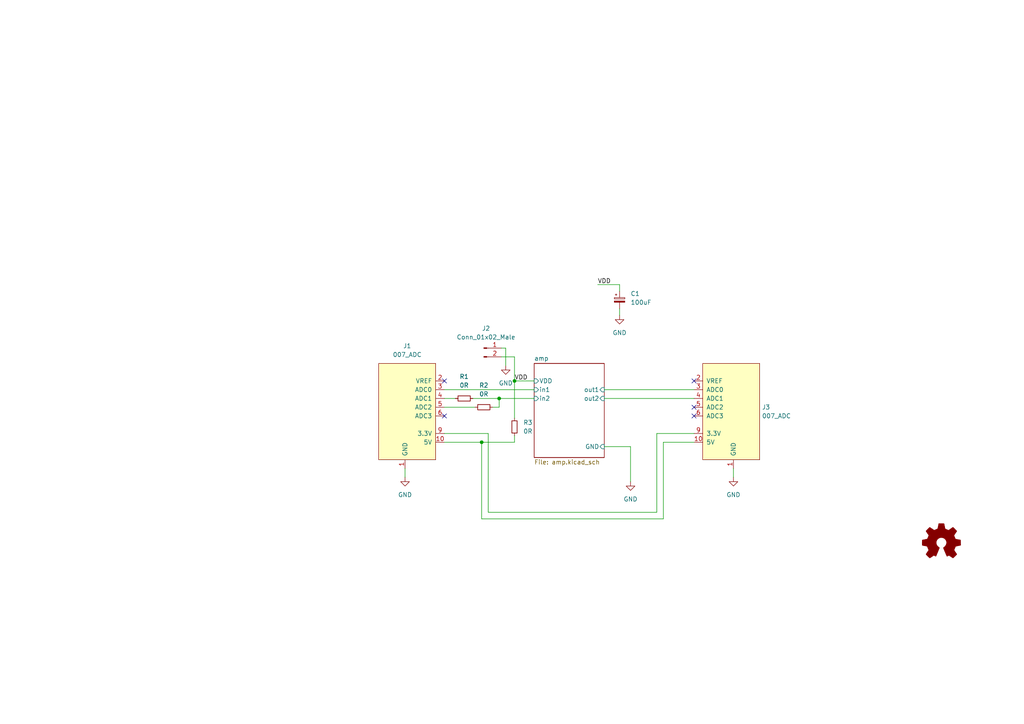
<source format=kicad_sch>
(kicad_sch (version 20211123) (generator eeschema)

  (uuid 57732dd3-1162-4c3f-88bd-31bf473d124d)

  (paper "A4")

  (lib_symbols
    (symbol "Connector:Conn_01x02_Male" (pin_names (offset 1.016) hide) (in_bom yes) (on_board yes)
      (property "Reference" "J" (id 0) (at 0 2.54 0)
        (effects (font (size 1.27 1.27)))
      )
      (property "Value" "Conn_01x02_Male" (id 1) (at 0 -5.08 0)
        (effects (font (size 1.27 1.27)))
      )
      (property "Footprint" "" (id 2) (at 0 0 0)
        (effects (font (size 1.27 1.27)) hide)
      )
      (property "Datasheet" "~" (id 3) (at 0 0 0)
        (effects (font (size 1.27 1.27)) hide)
      )
      (property "ki_keywords" "connector" (id 4) (at 0 0 0)
        (effects (font (size 1.27 1.27)) hide)
      )
      (property "ki_description" "Generic connector, single row, 01x02, script generated (kicad-library-utils/schlib/autogen/connector/)" (id 5) (at 0 0 0)
        (effects (font (size 1.27 1.27)) hide)
      )
      (property "ki_fp_filters" "Connector*:*_1x??_*" (id 6) (at 0 0 0)
        (effects (font (size 1.27 1.27)) hide)
      )
      (symbol "Conn_01x02_Male_1_1"
        (polyline
          (pts
            (xy 1.27 -2.54)
            (xy 0.8636 -2.54)
          )
          (stroke (width 0.1524) (type default) (color 0 0 0 0))
          (fill (type none))
        )
        (polyline
          (pts
            (xy 1.27 0)
            (xy 0.8636 0)
          )
          (stroke (width 0.1524) (type default) (color 0 0 0 0))
          (fill (type none))
        )
        (rectangle (start 0.8636 -2.413) (end 0 -2.667)
          (stroke (width 0.1524) (type default) (color 0 0 0 0))
          (fill (type outline))
        )
        (rectangle (start 0.8636 0.127) (end 0 -0.127)
          (stroke (width 0.1524) (type default) (color 0 0 0 0))
          (fill (type outline))
        )
        (pin passive line (at 5.08 0 180) (length 3.81)
          (name "Pin_1" (effects (font (size 1.27 1.27))))
          (number "1" (effects (font (size 1.27 1.27))))
        )
        (pin passive line (at 5.08 -2.54 180) (length 3.81)
          (name "Pin_2" (effects (font (size 1.27 1.27))))
          (number "2" (effects (font (size 1.27 1.27))))
        )
      )
    )
    (symbol "Device:C_Polarized_Small" (pin_numbers hide) (pin_names (offset 0.254) hide) (in_bom yes) (on_board yes)
      (property "Reference" "C" (id 0) (at 0.254 1.778 0)
        (effects (font (size 1.27 1.27)) (justify left))
      )
      (property "Value" "C_Polarized_Small" (id 1) (at 0.254 -2.032 0)
        (effects (font (size 1.27 1.27)) (justify left))
      )
      (property "Footprint" "" (id 2) (at 0 0 0)
        (effects (font (size 1.27 1.27)) hide)
      )
      (property "Datasheet" "~" (id 3) (at 0 0 0)
        (effects (font (size 1.27 1.27)) hide)
      )
      (property "ki_keywords" "cap capacitor" (id 4) (at 0 0 0)
        (effects (font (size 1.27 1.27)) hide)
      )
      (property "ki_description" "Polarized capacitor, small symbol" (id 5) (at 0 0 0)
        (effects (font (size 1.27 1.27)) hide)
      )
      (property "ki_fp_filters" "CP_*" (id 6) (at 0 0 0)
        (effects (font (size 1.27 1.27)) hide)
      )
      (symbol "C_Polarized_Small_0_1"
        (rectangle (start -1.524 -0.3048) (end 1.524 -0.6858)
          (stroke (width 0) (type default) (color 0 0 0 0))
          (fill (type outline))
        )
        (rectangle (start -1.524 0.6858) (end 1.524 0.3048)
          (stroke (width 0) (type default) (color 0 0 0 0))
          (fill (type none))
        )
        (polyline
          (pts
            (xy -1.27 1.524)
            (xy -0.762 1.524)
          )
          (stroke (width 0) (type default) (color 0 0 0 0))
          (fill (type none))
        )
        (polyline
          (pts
            (xy -1.016 1.27)
            (xy -1.016 1.778)
          )
          (stroke (width 0) (type default) (color 0 0 0 0))
          (fill (type none))
        )
      )
      (symbol "C_Polarized_Small_1_1"
        (pin passive line (at 0 2.54 270) (length 1.8542)
          (name "~" (effects (font (size 1.27 1.27))))
          (number "1" (effects (font (size 1.27 1.27))))
        )
        (pin passive line (at 0 -2.54 90) (length 1.8542)
          (name "~" (effects (font (size 1.27 1.27))))
          (number "2" (effects (font (size 1.27 1.27))))
        )
      )
    )
    (symbol "Device:R_Small" (pin_numbers hide) (pin_names (offset 0.254) hide) (in_bom yes) (on_board yes)
      (property "Reference" "R" (id 0) (at 0.762 0.508 0)
        (effects (font (size 1.27 1.27)) (justify left))
      )
      (property "Value" "R_Small" (id 1) (at 0.762 -1.016 0)
        (effects (font (size 1.27 1.27)) (justify left))
      )
      (property "Footprint" "" (id 2) (at 0 0 0)
        (effects (font (size 1.27 1.27)) hide)
      )
      (property "Datasheet" "~" (id 3) (at 0 0 0)
        (effects (font (size 1.27 1.27)) hide)
      )
      (property "ki_keywords" "R resistor" (id 4) (at 0 0 0)
        (effects (font (size 1.27 1.27)) hide)
      )
      (property "ki_description" "Resistor, small symbol" (id 5) (at 0 0 0)
        (effects (font (size 1.27 1.27)) hide)
      )
      (property "ki_fp_filters" "R_*" (id 6) (at 0 0 0)
        (effects (font (size 1.27 1.27)) hide)
      )
      (symbol "R_Small_0_1"
        (rectangle (start -0.762 1.778) (end 0.762 -1.778)
          (stroke (width 0.2032) (type default) (color 0 0 0 0))
          (fill (type none))
        )
      )
      (symbol "R_Small_1_1"
        (pin passive line (at 0 2.54 270) (length 0.762)
          (name "~" (effects (font (size 1.27 1.27))))
          (number "1" (effects (font (size 1.27 1.27))))
        )
        (pin passive line (at 0 -2.54 90) (length 0.762)
          (name "~" (effects (font (size 1.27 1.27))))
          (number "2" (effects (font (size 1.27 1.27))))
        )
      )
    )
    (symbol "Graphic:Logo_Open_Hardware_Small" (pin_names (offset 1.016)) (in_bom yes) (on_board yes)
      (property "Reference" "#LOGO" (id 0) (at 0 6.985 0)
        (effects (font (size 1.27 1.27)) hide)
      )
      (property "Value" "Logo_Open_Hardware_Small" (id 1) (at 0 -5.715 0)
        (effects (font (size 1.27 1.27)) hide)
      )
      (property "Footprint" "" (id 2) (at 0 0 0)
        (effects (font (size 1.27 1.27)) hide)
      )
      (property "Datasheet" "~" (id 3) (at 0 0 0)
        (effects (font (size 1.27 1.27)) hide)
      )
      (property "ki_keywords" "Logo" (id 4) (at 0 0 0)
        (effects (font (size 1.27 1.27)) hide)
      )
      (property "ki_description" "Open Hardware logo, small" (id 5) (at 0 0 0)
        (effects (font (size 1.27 1.27)) hide)
      )
      (symbol "Logo_Open_Hardware_Small_0_1"
        (polyline
          (pts
            (xy 3.3528 -4.3434)
            (xy 3.302 -4.318)
            (xy 3.175 -4.2418)
            (xy 2.9972 -4.1148)
            (xy 2.7686 -3.9624)
            (xy 2.54 -3.81)
            (xy 2.3622 -3.7084)
            (xy 2.2352 -3.6068)
            (xy 2.1844 -3.5814)
            (xy 2.159 -3.6068)
            (xy 2.0574 -3.6576)
            (xy 1.905 -3.7338)
            (xy 1.8034 -3.7846)
            (xy 1.6764 -3.8354)
            (xy 1.6002 -3.8354)
            (xy 1.6002 -3.8354)
            (xy 1.5494 -3.7338)
            (xy 1.4732 -3.5306)
            (xy 1.3462 -3.302)
            (xy 1.2446 -3.0226)
            (xy 1.1176 -2.7178)
            (xy 0.9652 -2.413)
            (xy 0.8636 -2.1082)
            (xy 0.7366 -1.8288)
            (xy 0.6604 -1.6256)
            (xy 0.6096 -1.4732)
            (xy 0.5842 -1.397)
            (xy 0.5842 -1.397)
            (xy 0.6604 -1.3208)
            (xy 0.7874 -1.2446)
            (xy 1.0414 -1.016)
            (xy 1.2954 -0.6858)
            (xy 1.4478 -0.3302)
            (xy 1.524 0.0762)
            (xy 1.4732 0.4572)
            (xy 1.3208 0.8128)
            (xy 1.0668 1.143)
            (xy 0.762 1.3716)
            (xy 0.4064 1.524)
            (xy 0 1.5748)
            (xy -0.381 1.5494)
            (xy -0.7366 1.397)
            (xy -1.0668 1.143)
            (xy -1.2192 0.9906)
            (xy -1.397 0.6604)
            (xy -1.524 0.3048)
            (xy -1.524 0.2286)
            (xy -1.4986 -0.1778)
            (xy -1.397 -0.5334)
            (xy -1.1938 -0.8636)
            (xy -0.9144 -1.143)
            (xy -0.8636 -1.1684)
            (xy -0.7366 -1.27)
            (xy -0.635 -1.3462)
            (xy -0.5842 -1.397)
            (xy -1.0668 -2.5908)
            (xy -1.143 -2.794)
            (xy -1.2954 -3.1242)
            (xy -1.397 -3.4036)
            (xy -1.4986 -3.6322)
            (xy -1.5748 -3.7846)
            (xy -1.6002 -3.8354)
            (xy -1.6002 -3.8354)
            (xy -1.651 -3.8354)
            (xy -1.7272 -3.81)
            (xy -1.905 -3.7338)
            (xy -2.0066 -3.683)
            (xy -2.1336 -3.6068)
            (xy -2.2098 -3.5814)
            (xy -2.2606 -3.6068)
            (xy -2.3622 -3.683)
            (xy -2.54 -3.81)
            (xy -2.7686 -3.9624)
            (xy -2.9718 -4.0894)
            (xy -3.1496 -4.2164)
            (xy -3.302 -4.318)
            (xy -3.3528 -4.3434)
            (xy -3.3782 -4.3434)
            (xy -3.429 -4.318)
            (xy -3.5306 -4.2164)
            (xy -3.7084 -4.064)
            (xy -3.937 -3.8354)
            (xy -3.9624 -3.81)
            (xy -4.1656 -3.6068)
            (xy -4.318 -3.4544)
            (xy -4.4196 -3.3274)
            (xy -4.445 -3.2766)
            (xy -4.445 -3.2766)
            (xy -4.4196 -3.2258)
            (xy -4.318 -3.0734)
            (xy -4.2164 -2.8956)
            (xy -4.064 -2.667)
            (xy -3.6576 -2.0828)
            (xy -3.8862 -1.5494)
            (xy -3.937 -1.3716)
            (xy -4.0386 -1.1684)
            (xy -4.0894 -1.0414)
            (xy -4.1148 -0.9652)
            (xy -4.191 -0.9398)
            (xy -4.318 -0.9144)
            (xy -4.5466 -0.8636)
            (xy -4.8006 -0.8128)
            (xy -5.0546 -0.7874)
            (xy -5.2578 -0.7366)
            (xy -5.4356 -0.7112)
            (xy -5.5118 -0.6858)
            (xy -5.5118 -0.6858)
            (xy -5.5372 -0.635)
            (xy -5.5372 -0.5588)
            (xy -5.5372 -0.4318)
            (xy -5.5626 -0.2286)
            (xy -5.5626 0.0762)
            (xy -5.5626 0.127)
            (xy -5.5372 0.4064)
            (xy -5.5372 0.635)
            (xy -5.5372 0.762)
            (xy -5.5372 0.8382)
            (xy -5.5372 0.8382)
            (xy -5.461 0.8382)
            (xy -5.3086 0.889)
            (xy -5.08 0.9144)
            (xy -4.826 0.9652)
            (xy -4.8006 0.9906)
            (xy -4.5466 1.0414)
            (xy -4.318 1.0668)
            (xy -4.1656 1.1176)
            (xy -4.0894 1.143)
            (xy -4.0894 1.143)
            (xy -4.0386 1.2446)
            (xy -3.9624 1.4224)
            (xy -3.8608 1.6256)
            (xy -3.7846 1.8288)
            (xy -3.7084 2.0066)
            (xy -3.6576 2.159)
            (xy -3.6322 2.2098)
            (xy -3.6322 2.2098)
            (xy -3.683 2.286)
            (xy -3.7592 2.413)
            (xy -3.8862 2.5908)
            (xy -4.064 2.8194)
            (xy -4.064 2.8448)
            (xy -4.2164 3.0734)
            (xy -4.3434 3.2512)
            (xy -4.4196 3.3782)
            (xy -4.445 3.4544)
            (xy -4.445 3.4544)
            (xy -4.3942 3.5052)
            (xy -4.2926 3.6322)
            (xy -4.1148 3.81)
            (xy -3.937 4.0132)
            (xy -3.8608 4.064)
            (xy -3.6576 4.2926)
            (xy -3.5052 4.4196)
            (xy -3.4036 4.4958)
            (xy -3.3528 4.5212)
            (xy -3.3528 4.5212)
            (xy -3.302 4.4704)
            (xy -3.1496 4.3688)
            (xy -2.9718 4.2418)
            (xy -2.7432 4.0894)
            (xy -2.7178 4.0894)
            (xy -2.4892 3.937)
            (xy -2.3114 3.81)
            (xy -2.1844 3.7084)
            (xy -2.1336 3.683)
            (xy -2.1082 3.683)
            (xy -2.032 3.7084)
            (xy -1.8542 3.7592)
            (xy -1.6764 3.8354)
            (xy -1.4732 3.937)
            (xy -1.27 4.0132)
            (xy -1.143 4.064)
            (xy -1.0668 4.1148)
            (xy -1.0668 4.1148)
            (xy -1.0414 4.191)
            (xy -1.016 4.3434)
            (xy -0.9652 4.572)
            (xy -0.9144 4.8514)
            (xy -0.889 4.9022)
            (xy -0.8382 5.1562)
            (xy -0.8128 5.3848)
            (xy -0.7874 5.5372)
            (xy -0.762 5.588)
            (xy -0.7112 5.6134)
            (xy -0.5842 5.6134)
            (xy -0.4064 5.6134)
            (xy -0.1524 5.6134)
            (xy 0.0762 5.6134)
            (xy 0.3302 5.6134)
            (xy 0.5334 5.6134)
            (xy 0.6858 5.588)
            (xy 0.7366 5.588)
            (xy 0.7366 5.588)
            (xy 0.762 5.5118)
            (xy 0.8128 5.334)
            (xy 0.8382 5.1054)
            (xy 0.9144 4.826)
            (xy 0.9144 4.7752)
            (xy 0.9652 4.5212)
            (xy 1.016 4.2926)
            (xy 1.0414 4.1402)
            (xy 1.0668 4.0894)
            (xy 1.0668 4.0894)
            (xy 1.1938 4.0386)
            (xy 1.3716 3.9624)
            (xy 1.5748 3.8608)
            (xy 2.0828 3.6576)
            (xy 2.7178 4.0894)
            (xy 2.7686 4.1402)
            (xy 2.9972 4.2926)
            (xy 3.175 4.4196)
            (xy 3.302 4.4958)
            (xy 3.3782 4.5212)
            (xy 3.3782 4.5212)
            (xy 3.429 4.4704)
            (xy 3.556 4.3434)
            (xy 3.7338 4.191)
            (xy 3.9116 3.9878)
            (xy 4.064 3.8354)
            (xy 4.2418 3.6576)
            (xy 4.3434 3.556)
            (xy 4.4196 3.4798)
            (xy 4.4196 3.429)
            (xy 4.4196 3.4036)
            (xy 4.3942 3.3274)
            (xy 4.2926 3.2004)
            (xy 4.1656 2.9972)
            (xy 4.0132 2.794)
            (xy 3.8862 2.5908)
            (xy 3.7592 2.3876)
            (xy 3.6576 2.2352)
            (xy 3.6322 2.159)
            (xy 3.6322 2.1336)
            (xy 3.683 2.0066)
            (xy 3.7592 1.8288)
            (xy 3.8608 1.6002)
            (xy 4.064 1.1176)
            (xy 4.3942 1.0414)
            (xy 4.5974 1.016)
            (xy 4.8768 0.9652)
            (xy 5.1308 0.9144)
            (xy 5.5372 0.8382)
            (xy 5.5626 -0.6604)
            (xy 5.4864 -0.6858)
            (xy 5.4356 -0.6858)
            (xy 5.2832 -0.7366)
            (xy 5.0546 -0.762)
            (xy 4.8006 -0.8128)
            (xy 4.5974 -0.8636)
            (xy 4.3688 -0.9144)
            (xy 4.2164 -0.9398)
            (xy 4.1402 -0.9398)
            (xy 4.1148 -0.9652)
            (xy 4.064 -1.0668)
            (xy 3.9878 -1.2446)
            (xy 3.9116 -1.4478)
            (xy 3.81 -1.651)
            (xy 3.7338 -1.8542)
            (xy 3.683 -2.0066)
            (xy 3.6576 -2.0828)
            (xy 3.683 -2.1336)
            (xy 3.7846 -2.2606)
            (xy 3.8862 -2.4638)
            (xy 4.0386 -2.667)
            (xy 4.191 -2.8956)
            (xy 4.318 -3.0734)
            (xy 4.3942 -3.2004)
            (xy 4.445 -3.2766)
            (xy 4.4196 -3.3274)
            (xy 4.3434 -3.429)
            (xy 4.1656 -3.5814)
            (xy 3.937 -3.8354)
            (xy 3.8862 -3.8608)
            (xy 3.683 -4.064)
            (xy 3.5306 -4.2164)
            (xy 3.4036 -4.318)
            (xy 3.3528 -4.3434)
          )
          (stroke (width 0) (type default) (color 0 0 0 0))
          (fill (type outline))
        )
      )
    )
    (symbol "power:GND" (power) (pin_names (offset 0)) (in_bom yes) (on_board yes)
      (property "Reference" "#PWR" (id 0) (at 0 -6.35 0)
        (effects (font (size 1.27 1.27)) hide)
      )
      (property "Value" "GND" (id 1) (at 0 -3.81 0)
        (effects (font (size 1.27 1.27)))
      )
      (property "Footprint" "" (id 2) (at 0 0 0)
        (effects (font (size 1.27 1.27)) hide)
      )
      (property "Datasheet" "" (id 3) (at 0 0 0)
        (effects (font (size 1.27 1.27)) hide)
      )
      (property "ki_keywords" "power-flag" (id 4) (at 0 0 0)
        (effects (font (size 1.27 1.27)) hide)
      )
      (property "ki_description" "Power symbol creates a global label with name \"GND\" , ground" (id 5) (at 0 0 0)
        (effects (font (size 1.27 1.27)) hide)
      )
      (symbol "GND_0_1"
        (polyline
          (pts
            (xy 0 0)
            (xy 0 -1.27)
            (xy 1.27 -1.27)
            (xy 0 -2.54)
            (xy -1.27 -1.27)
            (xy 0 -1.27)
          )
          (stroke (width 0) (type default) (color 0 0 0 0))
          (fill (type none))
        )
      )
      (symbol "GND_1_1"
        (pin power_in line (at 0 0 270) (length 0) hide
          (name "GND" (effects (font (size 1.27 1.27))))
          (number "1" (effects (font (size 1.27 1.27))))
        )
      )
    )
    (symbol "put_on_edge:007_ADC" (pin_names (offset 1.016)) (in_bom yes) (on_board yes)
      (property "Reference" "J" (id 0) (at -2.54 13.97 0)
        (effects (font (size 1.27 1.27)))
      )
      (property "Value" "007_ADC" (id 1) (at 8.89 13.97 0)
        (effects (font (size 1.27 1.27)))
      )
      (property "Footprint" "" (id 2) (at 7.62 16.51 0)
        (effects (font (size 1.27 1.27)) hide)
      )
      (property "Datasheet" "" (id 3) (at 7.62 16.51 0)
        (effects (font (size 1.27 1.27)) hide)
      )
      (symbol "007_ADC_0_1"
        (rectangle (start -8.89 12.7) (end 7.62 -15.24)
          (stroke (width 0) (type default) (color 0 0 0 0))
          (fill (type background))
        )
      )
      (symbol "007_ADC_1_1"
        (pin power_in line (at 0 -17.78 90) (length 2.54)
          (name "GND" (effects (font (size 1.27 1.27))))
          (number "1" (effects (font (size 1.27 1.27))))
        )
        (pin bidirectional line (at -11.43 -10.16 0) (length 2.54)
          (name "5V" (effects (font (size 1.27 1.27))))
          (number "10" (effects (font (size 1.27 1.27))))
        )
        (pin bidirectional line (at -11.43 7.62 0) (length 2.54)
          (name "VREF" (effects (font (size 1.27 1.27))))
          (number "2" (effects (font (size 1.27 1.27))))
        )
        (pin power_in line (at -11.43 5.08 0) (length 2.54)
          (name "ADC0" (effects (font (size 1.27 1.27))))
          (number "3" (effects (font (size 1.27 1.27))))
        )
        (pin bidirectional line (at -11.43 2.54 0) (length 2.54)
          (name "ADC1" (effects (font (size 1.27 1.27))))
          (number "4" (effects (font (size 1.27 1.27))))
        )
        (pin bidirectional line (at -11.43 0 0) (length 2.54)
          (name "ADC2" (effects (font (size 1.27 1.27))))
          (number "5" (effects (font (size 1.27 1.27))))
        )
        (pin bidirectional line (at -11.43 -2.54 0) (length 2.54)
          (name "ADC3" (effects (font (size 1.27 1.27))))
          (number "6" (effects (font (size 1.27 1.27))))
        )
        (pin bidirectional line (at -11.43 -7.62 0) (length 2.54)
          (name "3.3V" (effects (font (size 1.27 1.27))))
          (number "9" (effects (font (size 1.27 1.27))))
        )
      )
    )
  )

  (junction (at 139.7 128.27) (diameter 0) (color 0 0 0 0)
    (uuid 19688e97-3c38-4e7e-837e-0c5bbeae0a22)
  )
  (junction (at 149.225 110.49) (diameter 0) (color 0 0 0 0)
    (uuid 75e63f11-0805-4844-8651-4c4553b09f92)
  )
  (junction (at 144.78 115.57) (diameter 0) (color 0 0 0 0)
    (uuid f0d47d0a-417c-4bfd-81eb-4f652613b473)
  )

  (no_connect (at 201.295 118.11) (uuid 2aba24fd-deaf-4e18-b4a7-93e877614fa3))
  (no_connect (at 201.295 120.65) (uuid 67836a63-6b19-46cd-bd04-90e59105d6f3))
  (no_connect (at 201.295 110.49) (uuid 67836a63-6b19-46cd-bd04-90e59105d6f4))
  (no_connect (at 128.905 120.65) (uuid f33c6b88-f7bf-481b-a8b1-ccda8ecb3796))
  (no_connect (at 128.905 110.49) (uuid f33c6b88-f7bf-481b-a8b1-ccda8ecb3797))

  (wire (pts (xy 128.905 128.27) (xy 139.7 128.27))
    (stroke (width 0) (type default) (color 0 0 0 0))
    (uuid 05446aad-d387-46b5-b500-0ec2ac55efec)
  )
  (wire (pts (xy 145.415 103.505) (xy 149.225 103.505))
    (stroke (width 0) (type default) (color 0 0 0 0))
    (uuid 08972e83-46e5-4eb3-af80-ec544c3a25d0)
  )
  (wire (pts (xy 142.875 118.11) (xy 144.78 118.11))
    (stroke (width 0) (type default) (color 0 0 0 0))
    (uuid 0de6dba4-a707-4dea-98fa-5ffd21c8ddd7)
  )
  (wire (pts (xy 146.685 106.045) (xy 146.685 100.965))
    (stroke (width 0) (type default) (color 0 0 0 0))
    (uuid 10aaf545-fdcf-4d8d-8d7e-388386c0543c)
  )
  (wire (pts (xy 192.405 150.495) (xy 192.405 128.27))
    (stroke (width 0) (type default) (color 0 0 0 0))
    (uuid 19ddce3c-cf52-47ce-a044-734624c81167)
  )
  (wire (pts (xy 173.355 82.55) (xy 179.705 82.55))
    (stroke (width 0) (type default) (color 0 0 0 0))
    (uuid 244234a2-96ee-4488-ad42-ffe0b0d3434e)
  )
  (wire (pts (xy 179.705 89.535) (xy 179.705 91.44))
    (stroke (width 0) (type default) (color 0 0 0 0))
    (uuid 27acf040-4684-4feb-849e-c022af38f9a7)
  )
  (wire (pts (xy 190.5 148.59) (xy 190.5 125.73))
    (stroke (width 0) (type default) (color 0 0 0 0))
    (uuid 2d0c7c8d-f344-4a9d-82ed-530845aee231)
  )
  (wire (pts (xy 179.705 82.55) (xy 179.705 84.455))
    (stroke (width 0) (type default) (color 0 0 0 0))
    (uuid 3896e141-206f-41b1-a63c-f3e9247126d5)
  )
  (wire (pts (xy 141.605 148.59) (xy 190.5 148.59))
    (stroke (width 0) (type default) (color 0 0 0 0))
    (uuid 41be8e08-8571-42bc-ae0a-c6cba24ac017)
  )
  (wire (pts (xy 144.78 115.57) (xy 154.94 115.57))
    (stroke (width 0) (type default) (color 0 0 0 0))
    (uuid 46e058d6-7fa4-4e87-90ad-61d404a5b559)
  )
  (wire (pts (xy 128.905 115.57) (xy 132.08 115.57))
    (stroke (width 0) (type default) (color 0 0 0 0))
    (uuid 481a5030-3371-4821-8661-8b61c335f266)
  )
  (wire (pts (xy 141.605 125.73) (xy 141.605 148.59))
    (stroke (width 0) (type default) (color 0 0 0 0))
    (uuid 494b011e-ee98-4903-a441-7ba34ac69288)
  )
  (wire (pts (xy 175.26 115.57) (xy 201.295 115.57))
    (stroke (width 0) (type default) (color 0 0 0 0))
    (uuid 4b3566e6-08d2-441c-b1c5-f063065acbc8)
  )
  (wire (pts (xy 192.405 128.27) (xy 201.295 128.27))
    (stroke (width 0) (type default) (color 0 0 0 0))
    (uuid 4b3fc62a-a10e-4add-8e98-c79d4107371e)
  )
  (wire (pts (xy 149.225 103.505) (xy 149.225 110.49))
    (stroke (width 0) (type default) (color 0 0 0 0))
    (uuid 5152367a-92e5-47b4-94b1-1a1868c8b05c)
  )
  (wire (pts (xy 137.16 115.57) (xy 144.78 115.57))
    (stroke (width 0) (type default) (color 0 0 0 0))
    (uuid 56948065-a085-4aa0-8cee-d4ce4afd0ae0)
  )
  (wire (pts (xy 182.88 129.54) (xy 182.88 139.7))
    (stroke (width 0) (type default) (color 0 0 0 0))
    (uuid 5a1fc14d-1d6f-444c-82b2-77ce3f0eeb3f)
  )
  (wire (pts (xy 128.905 125.73) (xy 141.605 125.73))
    (stroke (width 0) (type default) (color 0 0 0 0))
    (uuid 72b119dc-0834-4b0d-ba22-982467ae5070)
  )
  (wire (pts (xy 149.225 128.27) (xy 149.225 126.365))
    (stroke (width 0) (type default) (color 0 0 0 0))
    (uuid 7b6a740b-1dbd-4a40-bca4-59ebe0e7d4e8)
  )
  (wire (pts (xy 139.7 128.27) (xy 149.225 128.27))
    (stroke (width 0) (type default) (color 0 0 0 0))
    (uuid 81466042-80e3-4f24-990f-38ba28a36957)
  )
  (wire (pts (xy 128.905 118.11) (xy 137.795 118.11))
    (stroke (width 0) (type default) (color 0 0 0 0))
    (uuid 82028c40-e266-45e2-aadc-569630f240cc)
  )
  (wire (pts (xy 149.225 121.285) (xy 149.225 110.49))
    (stroke (width 0) (type default) (color 0 0 0 0))
    (uuid 88957e57-796d-42e3-be41-bd0035eb7070)
  )
  (wire (pts (xy 117.475 135.89) (xy 117.475 138.43))
    (stroke (width 0) (type default) (color 0 0 0 0))
    (uuid 8adc925d-9013-469c-bbd9-802ef510a40a)
  )
  (wire (pts (xy 128.905 113.03) (xy 154.94 113.03))
    (stroke (width 0) (type default) (color 0 0 0 0))
    (uuid 8d0adc46-28b5-4a18-b4bd-b28e13573589)
  )
  (wire (pts (xy 190.5 125.73) (xy 201.295 125.73))
    (stroke (width 0) (type default) (color 0 0 0 0))
    (uuid 99e8bbc4-70ab-4d03-992d-79acaeb58077)
  )
  (wire (pts (xy 144.78 118.11) (xy 144.78 115.57))
    (stroke (width 0) (type default) (color 0 0 0 0))
    (uuid 9cfd5fa3-920e-4b02-a54e-b6de001e0692)
  )
  (wire (pts (xy 201.295 113.03) (xy 175.26 113.03))
    (stroke (width 0) (type default) (color 0 0 0 0))
    (uuid 9dfa492d-5254-4708-a231-ea7928dd1bbd)
  )
  (wire (pts (xy 139.7 150.495) (xy 192.405 150.495))
    (stroke (width 0) (type default) (color 0 0 0 0))
    (uuid b547d0f0-17a6-4040-a698-cfe375bf54c0)
  )
  (wire (pts (xy 175.26 129.54) (xy 182.88 129.54))
    (stroke (width 0) (type default) (color 0 0 0 0))
    (uuid b5f50e6e-6728-4454-96f5-44e0bc388ce5)
  )
  (wire (pts (xy 212.725 135.89) (xy 212.725 138.43))
    (stroke (width 0) (type default) (color 0 0 0 0))
    (uuid baf1f3d5-8f75-4fee-a9a5-82a574e08d60)
  )
  (wire (pts (xy 149.225 110.49) (xy 154.94 110.49))
    (stroke (width 0) (type default) (color 0 0 0 0))
    (uuid c5af84a3-9e0d-4291-b172-0ebea8544b27)
  )
  (wire (pts (xy 146.685 100.965) (xy 145.415 100.965))
    (stroke (width 0) (type default) (color 0 0 0 0))
    (uuid dae2ca87-3506-457e-b3ee-fd72ffd4d05b)
  )
  (wire (pts (xy 139.7 128.27) (xy 139.7 150.495))
    (stroke (width 0) (type default) (color 0 0 0 0))
    (uuid fe97ae04-22c4-4fd8-b136-6e62fca2c02e)
  )

  (label "VDD" (at 149.225 110.49 0)
    (effects (font (size 1.27 1.27)) (justify left bottom))
    (uuid 194163ad-15cb-4e6f-a3a0-e73734f404d4)
  )
  (label "VDD" (at 173.355 82.55 0)
    (effects (font (size 1.27 1.27)) (justify left bottom))
    (uuid 2e77d835-268c-45b1-8413-2194d856cdab)
  )

  (symbol (lib_id "put_on_edge:007_ADC") (at 117.475 118.11 0) (mirror y) (unit 1)
    (in_bom yes) (on_board yes) (fields_autoplaced)
    (uuid 113ebe03-a3d3-4c00-899d-438ae5f745eb)
    (property "Reference" "J1" (id 0) (at 118.11 100.33 0))
    (property "Value" "007_ADC" (id 1) (at 118.11 102.87 0))
    (property "Footprint" "on_edge:on_edge_2x05_device" (id 2) (at 109.855 101.6 0)
      (effects (font (size 1.27 1.27)) hide)
    )
    (property "Datasheet" "" (id 3) (at 109.855 101.6 0)
      (effects (font (size 1.27 1.27)) hide)
    )
    (pin "1" (uuid 00af16a9-60ce-48f7-a1be-111dffb13fc5))
    (pin "10" (uuid 5383e2ea-350c-417a-a5ae-4a4217e0ae12))
    (pin "2" (uuid cc6fa62a-888c-4b3d-b079-e52ef04e6a6e))
    (pin "3" (uuid a79e3c78-27da-4437-a0be-d3e97fb84f72))
    (pin "4" (uuid b0693277-265d-40ca-87e8-0e558132e801))
    (pin "5" (uuid b2b4d804-96b9-44c6-8960-f3da1b6143c7))
    (pin "6" (uuid 2f4d3fd7-99e3-49c1-82b6-d22566518f11))
    (pin "9" (uuid 2b7579ce-71ea-4b42-9f6c-a76e4086fce2))
  )

  (symbol (lib_id "power:GND") (at 212.725 138.43 0) (unit 1)
    (in_bom yes) (on_board yes) (fields_autoplaced)
    (uuid 185672fa-7392-4c63-aace-b9aa7ef5ef91)
    (property "Reference" "#PWR0104" (id 0) (at 212.725 144.78 0)
      (effects (font (size 1.27 1.27)) hide)
    )
    (property "Value" "GND" (id 1) (at 212.725 143.51 0))
    (property "Footprint" "" (id 2) (at 212.725 138.43 0)
      (effects (font (size 1.27 1.27)) hide)
    )
    (property "Datasheet" "" (id 3) (at 212.725 138.43 0)
      (effects (font (size 1.27 1.27)) hide)
    )
    (pin "1" (uuid 1fab4731-6ef6-46b9-8a9e-8aaa35d337f0))
  )

  (symbol (lib_id "put_on_edge:007_ADC") (at 212.725 118.11 0) (unit 1)
    (in_bom yes) (on_board yes) (fields_autoplaced)
    (uuid 40b2360f-a779-448e-bba2-3187078d6a21)
    (property "Reference" "J3" (id 0) (at 220.98 118.1099 0)
      (effects (font (size 1.27 1.27)) (justify left))
    )
    (property "Value" "007_ADC" (id 1) (at 220.98 120.6499 0)
      (effects (font (size 1.27 1.27)) (justify left))
    )
    (property "Footprint" "on_edge:on_edge_2x05_host" (id 2) (at 220.345 101.6 0)
      (effects (font (size 1.27 1.27)) hide)
    )
    (property "Datasheet" "" (id 3) (at 220.345 101.6 0)
      (effects (font (size 1.27 1.27)) hide)
    )
    (pin "1" (uuid 182b2c2f-7553-41e7-b269-4afe57d1fa76))
    (pin "10" (uuid b5c5d63d-f12a-4b34-bde9-84104448e3b8))
    (pin "2" (uuid 3225b6d5-dda8-43f7-acd4-58626cf86b1f))
    (pin "3" (uuid e773fa65-7d29-441e-9f85-447d1adf4f47))
    (pin "4" (uuid 142358ca-ceb7-4be5-aa4f-67a366aba261))
    (pin "5" (uuid 36045831-6c2f-440c-9354-ce43574fa0c0))
    (pin "6" (uuid 48a992d9-08b9-4cd4-8a55-739ee3ba877a))
    (pin "9" (uuid 9d72e241-30ef-44b6-b9a6-f8e505f2da9a))
  )

  (symbol (lib_id "power:GND") (at 146.685 106.045 0) (unit 1)
    (in_bom yes) (on_board yes) (fields_autoplaced)
    (uuid 466e00ee-cbf8-4c82-b86e-4d9690dc503d)
    (property "Reference" "#PWR0102" (id 0) (at 146.685 112.395 0)
      (effects (font (size 1.27 1.27)) hide)
    )
    (property "Value" "GND" (id 1) (at 146.685 111.125 0))
    (property "Footprint" "" (id 2) (at 146.685 106.045 0)
      (effects (font (size 1.27 1.27)) hide)
    )
    (property "Datasheet" "" (id 3) (at 146.685 106.045 0)
      (effects (font (size 1.27 1.27)) hide)
    )
    (pin "1" (uuid 08609bf9-e351-4eb9-9912-7498fb01c353))
  )

  (symbol (lib_id "Device:R_Small") (at 134.62 115.57 90) (unit 1)
    (in_bom yes) (on_board yes) (fields_autoplaced)
    (uuid 4b4ed6fd-8025-4326-bea0-6d63abdb7195)
    (property "Reference" "R1" (id 0) (at 134.62 109.22 90))
    (property "Value" "0R" (id 1) (at 134.62 111.76 90))
    (property "Footprint" "Resistor_SMD:R_0603_1608Metric" (id 2) (at 134.62 115.57 0)
      (effects (font (size 1.27 1.27)) hide)
    )
    (property "Datasheet" "~" (id 3) (at 134.62 115.57 0)
      (effects (font (size 1.27 1.27)) hide)
    )
    (pin "1" (uuid caafbd4d-1dde-4bea-9e1a-4b3222e28433))
    (pin "2" (uuid ca57a7b0-2f18-41ef-acfb-9de06f303aa1))
  )

  (symbol (lib_id "Connector:Conn_01x02_Male") (at 140.335 100.965 0) (unit 1)
    (in_bom yes) (on_board yes) (fields_autoplaced)
    (uuid 5277dc8a-848e-4e9b-8017-6aac89b16db5)
    (property "Reference" "J2" (id 0) (at 140.97 95.25 0))
    (property "Value" "Conn_01x02_Male" (id 1) (at 140.97 97.79 0))
    (property "Footprint" "Connector_PinHeader_2.54mm:PinHeader_1x02_P2.54mm_Vertical" (id 2) (at 140.335 100.965 0)
      (effects (font (size 1.27 1.27)) hide)
    )
    (property "Datasheet" "~" (id 3) (at 140.335 100.965 0)
      (effects (font (size 1.27 1.27)) hide)
    )
    (pin "1" (uuid 53f7bdd4-2b0b-493a-b748-3784303dc305))
    (pin "2" (uuid fc1bdb97-df66-47a2-99dd-2be0a2280ec5))
  )

  (symbol (lib_id "power:GND") (at 182.88 139.7 0) (unit 1)
    (in_bom yes) (on_board yes) (fields_autoplaced)
    (uuid 971afa99-5d33-4a72-a8e1-edd3c45138ed)
    (property "Reference" "#PWR0103" (id 0) (at 182.88 146.05 0)
      (effects (font (size 1.27 1.27)) hide)
    )
    (property "Value" "GND" (id 1) (at 182.88 144.78 0))
    (property "Footprint" "" (id 2) (at 182.88 139.7 0)
      (effects (font (size 1.27 1.27)) hide)
    )
    (property "Datasheet" "" (id 3) (at 182.88 139.7 0)
      (effects (font (size 1.27 1.27)) hide)
    )
    (pin "1" (uuid 0e12e353-ffd6-4e27-8957-653e209f57b0))
  )

  (symbol (lib_id "power:GND") (at 179.705 91.44 0) (unit 1)
    (in_bom yes) (on_board yes) (fields_autoplaced)
    (uuid a5d0c17e-af14-4ce7-b4b3-ee7fe38c4ad5)
    (property "Reference" "#PWR0105" (id 0) (at 179.705 97.79 0)
      (effects (font (size 1.27 1.27)) hide)
    )
    (property "Value" "GND" (id 1) (at 179.705 96.52 0))
    (property "Footprint" "" (id 2) (at 179.705 91.44 0)
      (effects (font (size 1.27 1.27)) hide)
    )
    (property "Datasheet" "" (id 3) (at 179.705 91.44 0)
      (effects (font (size 1.27 1.27)) hide)
    )
    (pin "1" (uuid 27ed2b74-8320-4cfb-886c-0766719caeaf))
  )

  (symbol (lib_id "Graphic:Logo_Open_Hardware_Small") (at 273.05 157.48 0) (unit 1)
    (in_bom yes) (on_board yes) (fields_autoplaced)
    (uuid b72b6f4a-7489-40f2-bb90-d75ae01aa368)
    (property "Reference" "LOGO1" (id 0) (at 273.05 150.495 0)
      (effects (font (size 1.27 1.27)) hide)
    )
    (property "Value" "Logo_Open_Hardware_Small" (id 1) (at 273.05 163.195 0)
      (effects (font (size 1.27 1.27)) hide)
    )
    (property "Footprint" "Symbol:OSHW-Symbol_6.7x6mm_SilkScreen" (id 2) (at 273.05 157.48 0)
      (effects (font (size 1.27 1.27)) hide)
    )
    (property "Datasheet" "~" (id 3) (at 273.05 157.48 0)
      (effects (font (size 1.27 1.27)) hide)
    )
  )

  (symbol (lib_id "Device:R_Small") (at 149.225 123.825 180) (unit 1)
    (in_bom yes) (on_board yes) (fields_autoplaced)
    (uuid c9579695-2073-4174-9cb9-f264ac5a0e4b)
    (property "Reference" "R3" (id 0) (at 151.765 122.5549 0)
      (effects (font (size 1.27 1.27)) (justify right))
    )
    (property "Value" "0R" (id 1) (at 151.765 125.0949 0)
      (effects (font (size 1.27 1.27)) (justify right))
    )
    (property "Footprint" "Resistor_SMD:R_0603_1608Metric" (id 2) (at 149.225 123.825 0)
      (effects (font (size 1.27 1.27)) hide)
    )
    (property "Datasheet" "~" (id 3) (at 149.225 123.825 0)
      (effects (font (size 1.27 1.27)) hide)
    )
    (pin "1" (uuid c2cc86e6-578c-4573-af06-e1c9f7fdbd48))
    (pin "2" (uuid 39124fed-8575-41e3-86ed-66f9b817b1e8))
  )

  (symbol (lib_id "power:GND") (at 117.475 138.43 0) (unit 1)
    (in_bom yes) (on_board yes) (fields_autoplaced)
    (uuid d0294f71-40d3-430c-95e0-be11f4e784ed)
    (property "Reference" "#PWR0101" (id 0) (at 117.475 144.78 0)
      (effects (font (size 1.27 1.27)) hide)
    )
    (property "Value" "GND" (id 1) (at 117.475 143.51 0))
    (property "Footprint" "" (id 2) (at 117.475 138.43 0)
      (effects (font (size 1.27 1.27)) hide)
    )
    (property "Datasheet" "" (id 3) (at 117.475 138.43 0)
      (effects (font (size 1.27 1.27)) hide)
    )
    (pin "1" (uuid f14f625c-69f4-4931-9615-975b426dc513))
  )

  (symbol (lib_id "Device:C_Polarized_Small") (at 179.705 86.995 0) (unit 1)
    (in_bom yes) (on_board yes) (fields_autoplaced)
    (uuid d7b93ec3-0ac8-4d2e-b485-0df573c81219)
    (property "Reference" "C1" (id 0) (at 182.88 85.1788 0)
      (effects (font (size 1.27 1.27)) (justify left))
    )
    (property "Value" "100uF" (id 1) (at 182.88 87.7188 0)
      (effects (font (size 1.27 1.27)) (justify left))
    )
    (property "Footprint" "Capacitor_SMD:CP_Elec_8x6.9" (id 2) (at 179.705 86.995 0)
      (effects (font (size 1.27 1.27)) hide)
    )
    (property "Datasheet" "~" (id 3) (at 179.705 86.995 0)
      (effects (font (size 1.27 1.27)) hide)
    )
    (pin "1" (uuid 205a8b94-4460-459c-8773-3fa91565e593))
    (pin "2" (uuid 6bd9954c-ddb7-46f9-a8c7-73b968dcd1ea))
  )

  (symbol (lib_id "Device:R_Small") (at 140.335 118.11 90) (unit 1)
    (in_bom yes) (on_board yes) (fields_autoplaced)
    (uuid f977c87d-14cf-4e8d-8f28-591e2e96c0a4)
    (property "Reference" "R2" (id 0) (at 140.335 111.76 90))
    (property "Value" "0R" (id 1) (at 140.335 114.3 90))
    (property "Footprint" "Resistor_SMD:R_0603_1608Metric" (id 2) (at 140.335 118.11 0)
      (effects (font (size 1.27 1.27)) hide)
    )
    (property "Datasheet" "~" (id 3) (at 140.335 118.11 0)
      (effects (font (size 1.27 1.27)) hide)
    )
    (pin "1" (uuid 2d987d5f-a55f-445b-b63a-c000844692b8))
    (pin "2" (uuid 3e0fb680-1119-4a4a-909c-6339d523c58f))
  )

  (sheet (at 154.94 105.41) (size 20.32 27.305) (fields_autoplaced)
    (stroke (width 0.1524) (type solid) (color 0 0 0 0))
    (fill (color 0 0 0 0.0000))
    (uuid 767ce4c6-0e55-4543-92f0-34cb8237a544)
    (property "Sheet name" "amp" (id 0) (at 154.94 104.6984 0)
      (effects (font (size 1.27 1.27)) (justify left bottom))
    )
    (property "Sheet file" "amp.kicad_sch" (id 1) (at 154.94 133.2996 0)
      (effects (font (size 1.27 1.27)) (justify left top))
    )
    (pin "GND" input (at 175.26 129.54 0)
      (effects (font (size 1.27 1.27)) (justify right))
      (uuid 466cf29f-04d2-4303-aa26-8ec28548d2f2)
    )
    (pin "in1" input (at 154.94 113.03 180)
      (effects (font (size 1.27 1.27)) (justify left))
      (uuid ddff3a5d-2b49-4eef-989d-281a5ae6a5a1)
    )
    (pin "in2" input (at 154.94 115.57 180)
      (effects (font (size 1.27 1.27)) (justify left))
      (uuid ad146a29-ef81-4498-b5a7-ca51b8fb839f)
    )
    (pin "out1" input (at 175.26 113.03 0)
      (effects (font (size 1.27 1.27)) (justify right))
      (uuid ecc626f6-5f1d-4ea8-80e7-dbfa5c8308d9)
    )
    (pin "out2" input (at 175.26 115.57 0)
      (effects (font (size 1.27 1.27)) (justify right))
      (uuid 6df30c5b-41f8-4d43-ad40-68575e2b47a4)
    )
    (pin "VDD" input (at 154.94 110.49 180)
      (effects (font (size 1.27 1.27)) (justify left))
      (uuid 156d60a1-f354-4221-9c99-74deab37c7c1)
    )
  )

  (sheet_instances
    (path "/" (page "1"))
    (path "/767ce4c6-0e55-4543-92f0-34cb8237a544" (page "2"))
  )

  (symbol_instances
    (path "/d0294f71-40d3-430c-95e0-be11f4e784ed"
      (reference "#PWR0101") (unit 1) (value "GND") (footprint "")
    )
    (path "/466e00ee-cbf8-4c82-b86e-4d9690dc503d"
      (reference "#PWR0102") (unit 1) (value "GND") (footprint "")
    )
    (path "/971afa99-5d33-4a72-a8e1-edd3c45138ed"
      (reference "#PWR0103") (unit 1) (value "GND") (footprint "")
    )
    (path "/185672fa-7392-4c63-aace-b9aa7ef5ef91"
      (reference "#PWR0104") (unit 1) (value "GND") (footprint "")
    )
    (path "/a5d0c17e-af14-4ce7-b4b3-ee7fe38c4ad5"
      (reference "#PWR0105") (unit 1) (value "GND") (footprint "")
    )
    (path "/d7b93ec3-0ac8-4d2e-b485-0df573c81219"
      (reference "C1") (unit 1) (value "100uF") (footprint "Capacitor_SMD:CP_Elec_8x6.9")
    )
    (path "/767ce4c6-0e55-4543-92f0-34cb8237a544/54b9f432-c78d-442d-9a66-21ee06e48126"
      (reference "C2") (unit 1) (value "1uF") (footprint "Capacitor_SMD:C_0805_2012Metric")
    )
    (path "/113ebe03-a3d3-4c00-899d-438ae5f745eb"
      (reference "J1") (unit 1) (value "007_ADC") (footprint "on_edge:on_edge_2x05_device")
    )
    (path "/5277dc8a-848e-4e9b-8017-6aac89b16db5"
      (reference "J2") (unit 1) (value "Conn_01x02_Male") (footprint "Connector_PinHeader_2.54mm:PinHeader_1x02_P2.54mm_Vertical")
    )
    (path "/40b2360f-a779-448e-bba2-3187078d6a21"
      (reference "J3") (unit 1) (value "007_ADC") (footprint "on_edge:on_edge_2x05_host")
    )
    (path "/b72b6f4a-7489-40f2-bb90-d75ae01aa368"
      (reference "LOGO1") (unit 1) (value "Logo_Open_Hardware_Small") (footprint "Symbol:OSHW-Symbol_6.7x6mm_SilkScreen")
    )
    (path "/4b4ed6fd-8025-4326-bea0-6d63abdb7195"
      (reference "R1") (unit 1) (value "0R") (footprint "Resistor_SMD:R_0603_1608Metric")
    )
    (path "/f977c87d-14cf-4e8d-8f28-591e2e96c0a4"
      (reference "R2") (unit 1) (value "0R") (footprint "Resistor_SMD:R_0603_1608Metric")
    )
    (path "/c9579695-2073-4174-9cb9-f264ac5a0e4b"
      (reference "R3") (unit 1) (value "0R") (footprint "Resistor_SMD:R_0603_1608Metric")
    )
    (path "/767ce4c6-0e55-4543-92f0-34cb8237a544/49487811-510d-478d-bfce-f7327255ac51"
      (reference "R6") (unit 1) (value "0R") (footprint "Resistor_SMD:R_0603_1608Metric")
    )
    (path "/767ce4c6-0e55-4543-92f0-34cb8237a544/187b62f1-7248-4e99-8d86-fd15117b686e"
      (reference "R7") (unit 1) (value "0R") (footprint "Resistor_SMD:R_0603_1608Metric")
    )
    (path "/767ce4c6-0e55-4543-92f0-34cb8237a544/d145e977-8965-4243-bc54-2e172a5118fb"
      (reference "R8") (unit 1) (value "d.n.p") (footprint "Resistor_SMD:R_0603_1608Metric")
    )
    (path "/767ce4c6-0e55-4543-92f0-34cb8237a544/f3d66dfb-f2d3-4655-9541-1fcf0f70c054"
      (reference "R9") (unit 1) (value "d.n.p") (footprint "Resistor_SMD:R_0603_1608Metric")
    )
    (path "/767ce4c6-0e55-4543-92f0-34cb8237a544/bf54471e-15bb-464d-8744-3cc9d0b18d5d"
      (reference "R10") (unit 1) (value "d.n.p") (footprint "Resistor_SMD:R_0603_1608Metric")
    )
    (path "/767ce4c6-0e55-4543-92f0-34cb8237a544/1b48fc4e-467e-4bed-ae00-a09d76211fe1"
      (reference "R11") (unit 1) (value "d.n.p") (footprint "Resistor_SMD:R_0603_1608Metric")
    )
    (path "/767ce4c6-0e55-4543-92f0-34cb8237a544/f6cbb0a3-f36d-4496-b51e-8d0d45a504de"
      (reference "R12") (unit 1) (value "0R") (footprint "Resistor_SMD:R_0603_1608Metric")
    )
    (path "/767ce4c6-0e55-4543-92f0-34cb8237a544/250bc2b1-661c-4036-8c27-63b8442bee34"
      (reference "R13") (unit 1) (value "0R") (footprint "Resistor_SMD:R_0603_1608Metric")
    )
    (path "/767ce4c6-0e55-4543-92f0-34cb8237a544/9643f1c3-8d9a-41ba-a17e-210f9f76a6e4"
      (reference "U1") (unit 1) (value "TCA0372") (footprint "Package_SO:SOIC-16W_7.5x10.3mm_P1.27mm")
    )
    (path "/767ce4c6-0e55-4543-92f0-34cb8237a544/e77f807e-80fa-47c2-b1b1-7a9482efd23b"
      (reference "U1") (unit 2) (value "TCA0372") (footprint "Package_SO:SOIC-16W_7.5x10.3mm_P1.27mm")
    )
    (path "/767ce4c6-0e55-4543-92f0-34cb8237a544/25629c1a-b954-414b-889a-67369ecc2252"
      (reference "U1") (unit 3) (value "TCA0372") (footprint "Package_SO:SOIC-16W_7.5x10.3mm_P1.27mm")
    )
  )
)

</source>
